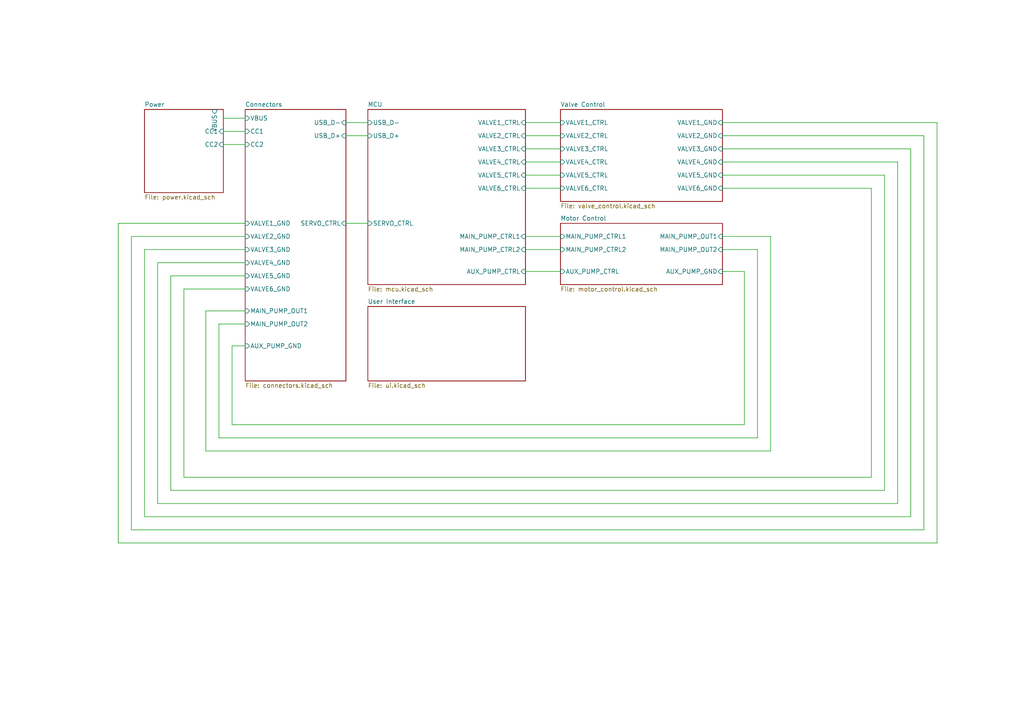
<source format=kicad_sch>
(kicad_sch (version 20230121) (generator eeschema)
  (paper "A4")
  (title_block (title "openautolab - Mainboard") (date "2024-04-03") (rev "1.0"))
  (lib_symbols)
  (wire (pts (xy 49.53 142.24) (xy 256.54 142.24)))
  (wire (pts (xy 152.4 43.18) (xy 162.56 43.18)))
  (wire (pts (xy 63.5 93.98) (xy 71.12 93.98)))
  (wire (pts (xy 71.12 76.2) (xy 45.72 76.2)))
  (wire (pts (xy 267.97 153.67) (xy 267.97 39.37)))
  (wire (pts (xy 209.55 35.56) (xy 271.78 35.56)))
  (wire (pts (xy 267.97 39.37) (xy 209.55 39.37)))
  (wire (pts (xy 152.4 50.8) (xy 162.56 50.8)))
  (wire (pts (xy 71.12 68.58) (xy 38.1 68.58)))
  (wire (pts (xy 152.4 39.37) (xy 162.56 39.37)))
  (wire (pts (xy 260.35 146.05) (xy 260.35 46.99)))
  (wire (pts (xy 256.54 50.8) (xy 209.55 50.8)))
  (wire (pts (xy 53.34 83.82) (xy 71.12 83.82)))
  (wire (pts (xy 49.53 80.01) (xy 49.53 142.24)))
  (wire (pts (xy 209.55 68.58) (xy 223.52 68.58)))
  (wire (pts (xy 53.34 138.43) (xy 53.34 83.82)))
  (wire (pts (xy 152.4 72.39) (xy 162.56 72.39)))
  (wire (pts (xy 67.31 100.33) (xy 71.12 100.33)))
  (wire (pts (xy 64.77 38.1) (xy 71.12 38.1)))
  (wire (pts (xy 38.1 153.67) (xy 267.97 153.67)))
  (wire (pts (xy 260.35 46.99) (xy 209.55 46.99)))
  (wire (pts (xy 215.9 78.74) (xy 215.9 123.19)))
  (wire (pts (xy 34.29 157.48) (xy 34.29 64.77)))
  (wire (pts (xy 100.33 39.37) (xy 106.68 39.37)))
  (wire (pts (xy 34.29 64.77) (xy 71.12 64.77)))
  (wire (pts (xy 271.78 35.56) (xy 271.78 157.48)))
  (wire (pts (xy 271.78 157.48) (xy 34.29 157.48)))
  (wire (pts (xy 209.55 43.18) (xy 264.16 43.18)))
  (wire (pts (xy 100.33 35.56) (xy 106.68 35.56)))
  (wire (pts (xy 100.33 64.77) (xy 106.68 64.77)))
  (wire (pts (xy 152.4 46.99) (xy 162.56 46.99)))
  (wire (pts (xy 223.52 68.58) (xy 223.52 130.81)))
  (wire (pts (xy 209.55 72.39) (xy 219.71 72.39)))
  (wire (pts (xy 209.55 54.61) (xy 252.73 54.61)))
  (wire (pts (xy 59.69 90.17) (xy 71.12 90.17)))
  (wire (pts (xy 152.4 35.56) (xy 162.56 35.56)))
  (wire (pts (xy 41.91 149.86) (xy 41.91 72.39)))
  (wire (pts (xy 45.72 146.05) (xy 260.35 146.05)))
  (wire (pts (xy 209.55 78.74) (xy 215.9 78.74)))
  (wire (pts (xy 152.4 68.58) (xy 162.56 68.58)))
  (wire (pts (xy 219.71 72.39) (xy 219.71 127)))
  (wire (pts (xy 67.31 123.19) (xy 67.31 100.33)))
  (wire (pts (xy 71.12 80.01) (xy 49.53 80.01)))
  (wire (pts (xy 252.73 54.61) (xy 252.73 138.43)))
  (wire (pts (xy 152.4 78.74) (xy 162.56 78.74)))
  (wire (pts (xy 252.73 138.43) (xy 53.34 138.43)))
  (wire (pts (xy 152.4 54.61) (xy 162.56 54.61)))
  (wire (pts (xy 41.91 72.39) (xy 71.12 72.39)))
  (wire (pts (xy 223.52 130.81) (xy 59.69 130.81)))
  (wire (pts (xy 45.72 76.2) (xy 45.72 146.05)))
  (wire (pts (xy 64.77 34.29) (xy 71.12 34.29)))
  (wire (pts (xy 64.77 41.91) (xy 71.12 41.91)))
  (wire (pts (xy 264.16 149.86) (xy 41.91 149.86)))
  (wire (pts (xy 219.71 127) (xy 63.5 127)))
  (wire (pts (xy 63.5 127) (xy 63.5 93.98)))
  (wire (pts (xy 264.16 43.18) (xy 264.16 149.86)))
  (wire (pts (xy 215.9 123.19) (xy 67.31 123.19)))
  (wire (pts (xy 38.1 68.58) (xy 38.1 153.67)))
  (wire (pts (xy 256.54 142.24) (xy 256.54 50.8)))
  (wire (pts (xy 59.69 130.81) (xy 59.69 90.17)))
  (sheet (at 41.91 31.75) (size 22.86 24.13) (stroke (width 0.1524))
    (property "Sheetname" "Power" (at 41.91 31.0384 0) (effects (justify left bottom)))
    (property "Sheetfile" "power.kicad_sch" (at 41.91 56.4646 0) (effects (justify left top)))
    (pin "CC2" input (at 64.77 41.91 0))
    (pin "VBUS" input (at 62.23 31.75 90))
    (pin "CC1" input (at 64.77 38.1 0))
  )
  (sheet (at 106.68 88.9) (size 45.72 21.59) (stroke (width 0.1524))
    (property "Sheetname" "User Interface" (at 106.68 88.1884 0) (effects (justify left bottom)))
    (property "Sheetfile" "ui.kicad_sch" (at 106.68 111.0746 0) (effects (justify left top)))
  )
  (sheet (at 71.12 31.75) (size 29.21 78.74) (stroke (width 0.1524))
    (property "Sheetname" "Connectors" (at 71.12 31.0384 0) (effects (justify left bottom)))
    (property "Sheetfile" "connectors.kicad_sch" (at 71.12 111.0746 0) (effects (justify left top)))
    (pin "USB_D+" input (at 100.33 39.37 0))
    (pin "VBUS" input (at 71.12 34.29 180))
    (pin "CC2" input (at 71.12 41.91 180))
    (pin "USB_D-" input (at 100.33 35.56 0))
    (pin "CC1" input (at 71.12 38.1 180))
    (pin "VALVE3_GND" input (at 71.12 72.39 180))
    (pin "VALVE2_GND" input (at 71.12 68.58 180))
    (pin "VALVE6_GND" input (at 71.12 83.82 180))
    (pin "VALVE5_GND" input (at 71.12 80.01 180))
    (pin "VALVE4_GND" input (at 71.12 76.2 180))
    (pin "VALVE1_GND" input (at 71.12 64.77 180))
    (pin "MAIN_PUMP_OUT1" input (at 71.12 90.17 180))
    (pin "MAIN_PUMP_OUT2" input (at 71.12 93.98 180))
    (pin "AUX_PUMP_GND" input (at 71.12 100.33 180))
    (pin "SERVO_CTRL" input (at 100.33 64.77 0))
  )
  (sheet (at 162.56 31.75) (size 46.99 26.67) (stroke (width 0.1524))
    (property "Sheetname" "Valve Control" (at 162.56 31.0384 0) (effects (justify left bottom)))
    (property "Sheetfile" "valve_control.kicad_sch" (at 162.56 59.0046 0) (effects (justify left top)))
    (pin "VALVE4_GND" input (at 209.55 46.99 0))
    (pin "VALVE5_GND" input (at 209.55 50.8 0))
    (pin "VALVE6_GND" input (at 209.55 54.61 0))
    (pin "VALVE2_GND" input (at 209.55 39.37 0))
    (pin "VALVE3_GND" input (at 209.55 43.18 0))
    (pin "VALVE1_GND" input (at 209.55 35.56 0))
    (pin "VALVE1_CTRL" input (at 162.56 35.56 180))
    (pin "VALVE2_CTRL" input (at 162.56 39.37 180))
    (pin "VALVE3_CTRL" input (at 162.56 43.18 180))
    (pin "VALVE5_CTRL" input (at 162.56 50.8 180))
    (pin "VALVE4_CTRL" input (at 162.56 46.99 180))
    (pin "VALVE6_CTRL" input (at 162.56 54.61 180))
  )
  (sheet (at 162.56 64.77) (size 46.99 17.78) (stroke (width 0.1524))
    (property "Sheetname" "Motor Control" (at 162.56 64.0584 0) (effects (justify left bottom)))
    (property "Sheetfile" "motor_control.kicad_sch" (at 162.56 83.1346 0) (effects (justify left top)))
    (pin "MAIN_PUMP_OUT2" input (at 209.55 72.39 0))
    (pin "MAIN_PUMP_OUT1" input (at 209.55 68.58 0))
    (pin "MAIN_PUMP_CTRL1" input (at 162.56 68.58 180))
    (pin "MAIN_PUMP_CTRL2" input (at 162.56 72.39 180))
    (pin "AUX_PUMP_CTRL" input (at 162.56 78.74 180))
    (pin "AUX_PUMP_GND" input (at 209.55 78.74 0))
  )
  (sheet (at 106.68 31.75) (size 45.72 50.8) (stroke (width 0.1524))
    (property "Sheetname" "MCU" (at 106.68 31.0384 0) (effects (justify left bottom)))
    (property "Sheetfile" "mcu.kicad_sch" (at 106.68 83.1346 0) (effects (justify left top)))
    (pin "USB_D-" input (at 106.68 35.56 180))
    (pin "USB_D+" input (at 106.68 39.37 180))
    (pin "VALVE3_CTRL" input (at 152.4 43.18 0))
    (pin "VALVE2_CTRL" input (at 152.4 39.37 0))
    (pin "VALVE1_CTRL" input (at 152.4 35.56 0))
    (pin "VALVE5_CTRL" input (at 152.4 50.8 0))
    (pin "VALVE4_CTRL" input (at 152.4 46.99 0))
    (pin "VALVE6_CTRL" input (at 152.4 54.61 0))
    (pin "AUX_PUMP_CTRL" input (at 152.4 78.74 0))
    (pin "MAIN_PUMP_CTRL1" input (at 152.4 68.58 0))
    (pin "MAIN_PUMP_CTRL2" input (at 152.4 72.39 0))
    (pin "SERVO_CTRL" input (at 106.68 64.77 180))
  )
)
</source>
